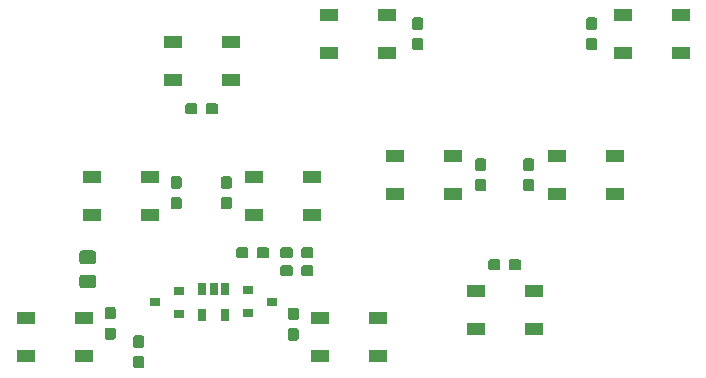
<source format=gbr>
G04 #@! TF.GenerationSoftware,KiCad,Pcbnew,5.1.5-1.fc31*
G04 #@! TF.CreationDate,2020-03-01T23:37:20+00:00*
G04 #@! TF.ProjectId,CatEars,43617445-6172-4732-9e6b-696361645f70,rev?*
G04 #@! TF.SameCoordinates,Original*
G04 #@! TF.FileFunction,Paste,Top*
G04 #@! TF.FilePolarity,Positive*
%FSLAX46Y46*%
G04 Gerber Fmt 4.6, Leading zero omitted, Abs format (unit mm)*
G04 Created by KiCad (PCBNEW 5.1.5-1.fc31) date 2020-03-01 23:37:20*
%MOMM*%
%LPD*%
G04 APERTURE LIST*
%ADD10C,0.100000*%
%ADD11R,1.500000X1.000000*%
%ADD12R,0.900000X0.800000*%
%ADD13R,0.650000X1.060000*%
G04 APERTURE END LIST*
D10*
G36*
X251974779Y-122525144D02*
G01*
X251997834Y-122528563D01*
X252020443Y-122534227D01*
X252042387Y-122542079D01*
X252063457Y-122552044D01*
X252083448Y-122564026D01*
X252102168Y-122577910D01*
X252119438Y-122593562D01*
X252135090Y-122610832D01*
X252148974Y-122629552D01*
X252160956Y-122649543D01*
X252170921Y-122670613D01*
X252178773Y-122692557D01*
X252184437Y-122715166D01*
X252187856Y-122738221D01*
X252189000Y-122761500D01*
X252189000Y-123336500D01*
X252187856Y-123359779D01*
X252184437Y-123382834D01*
X252178773Y-123405443D01*
X252170921Y-123427387D01*
X252160956Y-123448457D01*
X252148974Y-123468448D01*
X252135090Y-123487168D01*
X252119438Y-123504438D01*
X252102168Y-123520090D01*
X252083448Y-123533974D01*
X252063457Y-123545956D01*
X252042387Y-123555921D01*
X252020443Y-123563773D01*
X251997834Y-123569437D01*
X251974779Y-123572856D01*
X251951500Y-123574000D01*
X251476500Y-123574000D01*
X251453221Y-123572856D01*
X251430166Y-123569437D01*
X251407557Y-123563773D01*
X251385613Y-123555921D01*
X251364543Y-123545956D01*
X251344552Y-123533974D01*
X251325832Y-123520090D01*
X251308562Y-123504438D01*
X251292910Y-123487168D01*
X251279026Y-123468448D01*
X251267044Y-123448457D01*
X251257079Y-123427387D01*
X251249227Y-123405443D01*
X251243563Y-123382834D01*
X251240144Y-123359779D01*
X251239000Y-123336500D01*
X251239000Y-122761500D01*
X251240144Y-122738221D01*
X251243563Y-122715166D01*
X251249227Y-122692557D01*
X251257079Y-122670613D01*
X251267044Y-122649543D01*
X251279026Y-122629552D01*
X251292910Y-122610832D01*
X251308562Y-122593562D01*
X251325832Y-122577910D01*
X251344552Y-122564026D01*
X251364543Y-122552044D01*
X251385613Y-122542079D01*
X251407557Y-122534227D01*
X251430166Y-122528563D01*
X251453221Y-122525144D01*
X251476500Y-122524000D01*
X251951500Y-122524000D01*
X251974779Y-122525144D01*
G37*
G36*
X251974779Y-120775144D02*
G01*
X251997834Y-120778563D01*
X252020443Y-120784227D01*
X252042387Y-120792079D01*
X252063457Y-120802044D01*
X252083448Y-120814026D01*
X252102168Y-120827910D01*
X252119438Y-120843562D01*
X252135090Y-120860832D01*
X252148974Y-120879552D01*
X252160956Y-120899543D01*
X252170921Y-120920613D01*
X252178773Y-120942557D01*
X252184437Y-120965166D01*
X252187856Y-120988221D01*
X252189000Y-121011500D01*
X252189000Y-121586500D01*
X252187856Y-121609779D01*
X252184437Y-121632834D01*
X252178773Y-121655443D01*
X252170921Y-121677387D01*
X252160956Y-121698457D01*
X252148974Y-121718448D01*
X252135090Y-121737168D01*
X252119438Y-121754438D01*
X252102168Y-121770090D01*
X252083448Y-121783974D01*
X252063457Y-121795956D01*
X252042387Y-121805921D01*
X252020443Y-121813773D01*
X251997834Y-121819437D01*
X251974779Y-121822856D01*
X251951500Y-121824000D01*
X251476500Y-121824000D01*
X251453221Y-121822856D01*
X251430166Y-121819437D01*
X251407557Y-121813773D01*
X251385613Y-121805921D01*
X251364543Y-121795956D01*
X251344552Y-121783974D01*
X251325832Y-121770090D01*
X251308562Y-121754438D01*
X251292910Y-121737168D01*
X251279026Y-121718448D01*
X251267044Y-121698457D01*
X251257079Y-121677387D01*
X251249227Y-121655443D01*
X251243563Y-121632834D01*
X251240144Y-121609779D01*
X251239000Y-121586500D01*
X251239000Y-121011500D01*
X251240144Y-120988221D01*
X251243563Y-120965166D01*
X251249227Y-120942557D01*
X251257079Y-120920613D01*
X251267044Y-120899543D01*
X251279026Y-120879552D01*
X251292910Y-120860832D01*
X251308562Y-120843562D01*
X251325832Y-120827910D01*
X251344552Y-120814026D01*
X251364543Y-120802044D01*
X251385613Y-120792079D01*
X251407557Y-120784227D01*
X251430166Y-120778563D01*
X251453221Y-120775144D01*
X251476500Y-120774000D01*
X251951500Y-120774000D01*
X251974779Y-120775144D01*
G37*
G36*
X237242779Y-122525144D02*
G01*
X237265834Y-122528563D01*
X237288443Y-122534227D01*
X237310387Y-122542079D01*
X237331457Y-122552044D01*
X237351448Y-122564026D01*
X237370168Y-122577910D01*
X237387438Y-122593562D01*
X237403090Y-122610832D01*
X237416974Y-122629552D01*
X237428956Y-122649543D01*
X237438921Y-122670613D01*
X237446773Y-122692557D01*
X237452437Y-122715166D01*
X237455856Y-122738221D01*
X237457000Y-122761500D01*
X237457000Y-123336500D01*
X237455856Y-123359779D01*
X237452437Y-123382834D01*
X237446773Y-123405443D01*
X237438921Y-123427387D01*
X237428956Y-123448457D01*
X237416974Y-123468448D01*
X237403090Y-123487168D01*
X237387438Y-123504438D01*
X237370168Y-123520090D01*
X237351448Y-123533974D01*
X237331457Y-123545956D01*
X237310387Y-123555921D01*
X237288443Y-123563773D01*
X237265834Y-123569437D01*
X237242779Y-123572856D01*
X237219500Y-123574000D01*
X236744500Y-123574000D01*
X236721221Y-123572856D01*
X236698166Y-123569437D01*
X236675557Y-123563773D01*
X236653613Y-123555921D01*
X236632543Y-123545956D01*
X236612552Y-123533974D01*
X236593832Y-123520090D01*
X236576562Y-123504438D01*
X236560910Y-123487168D01*
X236547026Y-123468448D01*
X236535044Y-123448457D01*
X236525079Y-123427387D01*
X236517227Y-123405443D01*
X236511563Y-123382834D01*
X236508144Y-123359779D01*
X236507000Y-123336500D01*
X236507000Y-122761500D01*
X236508144Y-122738221D01*
X236511563Y-122715166D01*
X236517227Y-122692557D01*
X236525079Y-122670613D01*
X236535044Y-122649543D01*
X236547026Y-122629552D01*
X236560910Y-122610832D01*
X236576562Y-122593562D01*
X236593832Y-122577910D01*
X236612552Y-122564026D01*
X236632543Y-122552044D01*
X236653613Y-122542079D01*
X236675557Y-122534227D01*
X236698166Y-122528563D01*
X236721221Y-122525144D01*
X236744500Y-122524000D01*
X237219500Y-122524000D01*
X237242779Y-122525144D01*
G37*
G36*
X237242779Y-120775144D02*
G01*
X237265834Y-120778563D01*
X237288443Y-120784227D01*
X237310387Y-120792079D01*
X237331457Y-120802044D01*
X237351448Y-120814026D01*
X237370168Y-120827910D01*
X237387438Y-120843562D01*
X237403090Y-120860832D01*
X237416974Y-120879552D01*
X237428956Y-120899543D01*
X237438921Y-120920613D01*
X237446773Y-120942557D01*
X237452437Y-120965166D01*
X237455856Y-120988221D01*
X237457000Y-121011500D01*
X237457000Y-121586500D01*
X237455856Y-121609779D01*
X237452437Y-121632834D01*
X237446773Y-121655443D01*
X237438921Y-121677387D01*
X237428956Y-121698457D01*
X237416974Y-121718448D01*
X237403090Y-121737168D01*
X237387438Y-121754438D01*
X237370168Y-121770090D01*
X237351448Y-121783974D01*
X237331457Y-121795956D01*
X237310387Y-121805921D01*
X237288443Y-121813773D01*
X237265834Y-121819437D01*
X237242779Y-121822856D01*
X237219500Y-121824000D01*
X236744500Y-121824000D01*
X236721221Y-121822856D01*
X236698166Y-121819437D01*
X236675557Y-121813773D01*
X236653613Y-121805921D01*
X236632543Y-121795956D01*
X236612552Y-121783974D01*
X236593832Y-121770090D01*
X236576562Y-121754438D01*
X236560910Y-121737168D01*
X236547026Y-121718448D01*
X236535044Y-121698457D01*
X236525079Y-121677387D01*
X236517227Y-121655443D01*
X236511563Y-121632834D01*
X236508144Y-121609779D01*
X236507000Y-121586500D01*
X236507000Y-121011500D01*
X236508144Y-120988221D01*
X236511563Y-120965166D01*
X236517227Y-120942557D01*
X236525079Y-120920613D01*
X236535044Y-120899543D01*
X236547026Y-120879552D01*
X236560910Y-120860832D01*
X236576562Y-120843562D01*
X236593832Y-120827910D01*
X236612552Y-120814026D01*
X236632543Y-120802044D01*
X236653613Y-120792079D01*
X236675557Y-120784227D01*
X236698166Y-120778563D01*
X236721221Y-120775144D01*
X236744500Y-120774000D01*
X237219500Y-120774000D01*
X237242779Y-120775144D01*
G37*
D11*
X254344000Y-120574000D03*
X254344000Y-123774000D03*
X259244000Y-120574000D03*
X259244000Y-123774000D03*
X241898000Y-143942000D03*
X241898000Y-147142000D03*
X246798000Y-143942000D03*
X246798000Y-147142000D03*
D10*
G36*
X246640779Y-134463144D02*
G01*
X246663834Y-134466563D01*
X246686443Y-134472227D01*
X246708387Y-134480079D01*
X246729457Y-134490044D01*
X246749448Y-134502026D01*
X246768168Y-134515910D01*
X246785438Y-134531562D01*
X246801090Y-134548832D01*
X246814974Y-134567552D01*
X246826956Y-134587543D01*
X246836921Y-134608613D01*
X246844773Y-134630557D01*
X246850437Y-134653166D01*
X246853856Y-134676221D01*
X246855000Y-134699500D01*
X246855000Y-135274500D01*
X246853856Y-135297779D01*
X246850437Y-135320834D01*
X246844773Y-135343443D01*
X246836921Y-135365387D01*
X246826956Y-135386457D01*
X246814974Y-135406448D01*
X246801090Y-135425168D01*
X246785438Y-135442438D01*
X246768168Y-135458090D01*
X246749448Y-135471974D01*
X246729457Y-135483956D01*
X246708387Y-135493921D01*
X246686443Y-135501773D01*
X246663834Y-135507437D01*
X246640779Y-135510856D01*
X246617500Y-135512000D01*
X246142500Y-135512000D01*
X246119221Y-135510856D01*
X246096166Y-135507437D01*
X246073557Y-135501773D01*
X246051613Y-135493921D01*
X246030543Y-135483956D01*
X246010552Y-135471974D01*
X245991832Y-135458090D01*
X245974562Y-135442438D01*
X245958910Y-135425168D01*
X245945026Y-135406448D01*
X245933044Y-135386457D01*
X245923079Y-135365387D01*
X245915227Y-135343443D01*
X245909563Y-135320834D01*
X245906144Y-135297779D01*
X245905000Y-135274500D01*
X245905000Y-134699500D01*
X245906144Y-134676221D01*
X245909563Y-134653166D01*
X245915227Y-134630557D01*
X245923079Y-134608613D01*
X245933044Y-134587543D01*
X245945026Y-134567552D01*
X245958910Y-134548832D01*
X245974562Y-134531562D01*
X245991832Y-134515910D01*
X246010552Y-134502026D01*
X246030543Y-134490044D01*
X246051613Y-134480079D01*
X246073557Y-134472227D01*
X246096166Y-134466563D01*
X246119221Y-134463144D01*
X246142500Y-134462000D01*
X246617500Y-134462000D01*
X246640779Y-134463144D01*
G37*
G36*
X246640779Y-132713144D02*
G01*
X246663834Y-132716563D01*
X246686443Y-132722227D01*
X246708387Y-132730079D01*
X246729457Y-132740044D01*
X246749448Y-132752026D01*
X246768168Y-132765910D01*
X246785438Y-132781562D01*
X246801090Y-132798832D01*
X246814974Y-132817552D01*
X246826956Y-132837543D01*
X246836921Y-132858613D01*
X246844773Y-132880557D01*
X246850437Y-132903166D01*
X246853856Y-132926221D01*
X246855000Y-132949500D01*
X246855000Y-133524500D01*
X246853856Y-133547779D01*
X246850437Y-133570834D01*
X246844773Y-133593443D01*
X246836921Y-133615387D01*
X246826956Y-133636457D01*
X246814974Y-133656448D01*
X246801090Y-133675168D01*
X246785438Y-133692438D01*
X246768168Y-133708090D01*
X246749448Y-133721974D01*
X246729457Y-133733956D01*
X246708387Y-133743921D01*
X246686443Y-133751773D01*
X246663834Y-133757437D01*
X246640779Y-133760856D01*
X246617500Y-133762000D01*
X246142500Y-133762000D01*
X246119221Y-133760856D01*
X246096166Y-133757437D01*
X246073557Y-133751773D01*
X246051613Y-133743921D01*
X246030543Y-133733956D01*
X246010552Y-133721974D01*
X245991832Y-133708090D01*
X245974562Y-133692438D01*
X245958910Y-133675168D01*
X245945026Y-133656448D01*
X245933044Y-133636457D01*
X245923079Y-133615387D01*
X245915227Y-133593443D01*
X245909563Y-133570834D01*
X245906144Y-133547779D01*
X245905000Y-133524500D01*
X245905000Y-132949500D01*
X245906144Y-132926221D01*
X245909563Y-132903166D01*
X245915227Y-132880557D01*
X245923079Y-132858613D01*
X245933044Y-132837543D01*
X245945026Y-132817552D01*
X245958910Y-132798832D01*
X245974562Y-132781562D01*
X245991832Y-132765910D01*
X246010552Y-132752026D01*
X246030543Y-132740044D01*
X246051613Y-132730079D01*
X246073557Y-132722227D01*
X246096166Y-132716563D01*
X246119221Y-132713144D01*
X246142500Y-132712000D01*
X246617500Y-132712000D01*
X246640779Y-132713144D01*
G37*
G36*
X245533779Y-141258144D02*
G01*
X245556834Y-141261563D01*
X245579443Y-141267227D01*
X245601387Y-141275079D01*
X245622457Y-141285044D01*
X245642448Y-141297026D01*
X245661168Y-141310910D01*
X245678438Y-141326562D01*
X245694090Y-141343832D01*
X245707974Y-141362552D01*
X245719956Y-141382543D01*
X245729921Y-141403613D01*
X245737773Y-141425557D01*
X245743437Y-141448166D01*
X245746856Y-141471221D01*
X245748000Y-141494500D01*
X245748000Y-141969500D01*
X245746856Y-141992779D01*
X245743437Y-142015834D01*
X245737773Y-142038443D01*
X245729921Y-142060387D01*
X245719956Y-142081457D01*
X245707974Y-142101448D01*
X245694090Y-142120168D01*
X245678438Y-142137438D01*
X245661168Y-142153090D01*
X245642448Y-142166974D01*
X245622457Y-142178956D01*
X245601387Y-142188921D01*
X245579443Y-142196773D01*
X245556834Y-142202437D01*
X245533779Y-142205856D01*
X245510500Y-142207000D01*
X244935500Y-142207000D01*
X244912221Y-142205856D01*
X244889166Y-142202437D01*
X244866557Y-142196773D01*
X244844613Y-142188921D01*
X244823543Y-142178956D01*
X244803552Y-142166974D01*
X244784832Y-142153090D01*
X244767562Y-142137438D01*
X244751910Y-142120168D01*
X244738026Y-142101448D01*
X244726044Y-142081457D01*
X244716079Y-142060387D01*
X244708227Y-142038443D01*
X244702563Y-142015834D01*
X244699144Y-141992779D01*
X244698000Y-141969500D01*
X244698000Y-141494500D01*
X244699144Y-141471221D01*
X244702563Y-141448166D01*
X244708227Y-141425557D01*
X244716079Y-141403613D01*
X244726044Y-141382543D01*
X244738026Y-141362552D01*
X244751910Y-141343832D01*
X244767562Y-141326562D01*
X244784832Y-141310910D01*
X244803552Y-141297026D01*
X244823543Y-141285044D01*
X244844613Y-141275079D01*
X244866557Y-141267227D01*
X244889166Y-141261563D01*
X244912221Y-141258144D01*
X244935500Y-141257000D01*
X245510500Y-141257000D01*
X245533779Y-141258144D01*
G37*
G36*
X243783779Y-141258144D02*
G01*
X243806834Y-141261563D01*
X243829443Y-141267227D01*
X243851387Y-141275079D01*
X243872457Y-141285044D01*
X243892448Y-141297026D01*
X243911168Y-141310910D01*
X243928438Y-141326562D01*
X243944090Y-141343832D01*
X243957974Y-141362552D01*
X243969956Y-141382543D01*
X243979921Y-141403613D01*
X243987773Y-141425557D01*
X243993437Y-141448166D01*
X243996856Y-141471221D01*
X243998000Y-141494500D01*
X243998000Y-141969500D01*
X243996856Y-141992779D01*
X243993437Y-142015834D01*
X243987773Y-142038443D01*
X243979921Y-142060387D01*
X243969956Y-142081457D01*
X243957974Y-142101448D01*
X243944090Y-142120168D01*
X243928438Y-142137438D01*
X243911168Y-142153090D01*
X243892448Y-142166974D01*
X243872457Y-142178956D01*
X243851387Y-142188921D01*
X243829443Y-142196773D01*
X243806834Y-142202437D01*
X243783779Y-142205856D01*
X243760500Y-142207000D01*
X243185500Y-142207000D01*
X243162221Y-142205856D01*
X243139166Y-142202437D01*
X243116557Y-142196773D01*
X243094613Y-142188921D01*
X243073543Y-142178956D01*
X243053552Y-142166974D01*
X243034832Y-142153090D01*
X243017562Y-142137438D01*
X243001910Y-142120168D01*
X242988026Y-142101448D01*
X242976044Y-142081457D01*
X242966079Y-142060387D01*
X242958227Y-142038443D01*
X242952563Y-142015834D01*
X242949144Y-141992779D01*
X242948000Y-141969500D01*
X242948000Y-141494500D01*
X242949144Y-141471221D01*
X242952563Y-141448166D01*
X242958227Y-141425557D01*
X242966079Y-141403613D01*
X242976044Y-141382543D01*
X242988026Y-141362552D01*
X243001910Y-141343832D01*
X243017562Y-141326562D01*
X243034832Y-141310910D01*
X243053552Y-141297026D01*
X243073543Y-141285044D01*
X243094613Y-141275079D01*
X243116557Y-141267227D01*
X243139166Y-141261563D01*
X243162221Y-141258144D01*
X243185500Y-141257000D01*
X243760500Y-141257000D01*
X243783779Y-141258144D01*
G37*
G36*
X242576779Y-134463144D02*
G01*
X242599834Y-134466563D01*
X242622443Y-134472227D01*
X242644387Y-134480079D01*
X242665457Y-134490044D01*
X242685448Y-134502026D01*
X242704168Y-134515910D01*
X242721438Y-134531562D01*
X242737090Y-134548832D01*
X242750974Y-134567552D01*
X242762956Y-134587543D01*
X242772921Y-134608613D01*
X242780773Y-134630557D01*
X242786437Y-134653166D01*
X242789856Y-134676221D01*
X242791000Y-134699500D01*
X242791000Y-135274500D01*
X242789856Y-135297779D01*
X242786437Y-135320834D01*
X242780773Y-135343443D01*
X242772921Y-135365387D01*
X242762956Y-135386457D01*
X242750974Y-135406448D01*
X242737090Y-135425168D01*
X242721438Y-135442438D01*
X242704168Y-135458090D01*
X242685448Y-135471974D01*
X242665457Y-135483956D01*
X242644387Y-135493921D01*
X242622443Y-135501773D01*
X242599834Y-135507437D01*
X242576779Y-135510856D01*
X242553500Y-135512000D01*
X242078500Y-135512000D01*
X242055221Y-135510856D01*
X242032166Y-135507437D01*
X242009557Y-135501773D01*
X241987613Y-135493921D01*
X241966543Y-135483956D01*
X241946552Y-135471974D01*
X241927832Y-135458090D01*
X241910562Y-135442438D01*
X241894910Y-135425168D01*
X241881026Y-135406448D01*
X241869044Y-135386457D01*
X241859079Y-135365387D01*
X241851227Y-135343443D01*
X241845563Y-135320834D01*
X241842144Y-135297779D01*
X241841000Y-135274500D01*
X241841000Y-134699500D01*
X241842144Y-134676221D01*
X241845563Y-134653166D01*
X241851227Y-134630557D01*
X241859079Y-134608613D01*
X241869044Y-134587543D01*
X241881026Y-134567552D01*
X241894910Y-134548832D01*
X241910562Y-134531562D01*
X241927832Y-134515910D01*
X241946552Y-134502026D01*
X241966543Y-134490044D01*
X241987613Y-134480079D01*
X242009557Y-134472227D01*
X242032166Y-134466563D01*
X242055221Y-134463144D01*
X242078500Y-134462000D01*
X242553500Y-134462000D01*
X242576779Y-134463144D01*
G37*
G36*
X242576779Y-132713144D02*
G01*
X242599834Y-132716563D01*
X242622443Y-132722227D01*
X242644387Y-132730079D01*
X242665457Y-132740044D01*
X242685448Y-132752026D01*
X242704168Y-132765910D01*
X242721438Y-132781562D01*
X242737090Y-132798832D01*
X242750974Y-132817552D01*
X242762956Y-132837543D01*
X242772921Y-132858613D01*
X242780773Y-132880557D01*
X242786437Y-132903166D01*
X242789856Y-132926221D01*
X242791000Y-132949500D01*
X242791000Y-133524500D01*
X242789856Y-133547779D01*
X242786437Y-133570834D01*
X242780773Y-133593443D01*
X242772921Y-133615387D01*
X242762956Y-133636457D01*
X242750974Y-133656448D01*
X242737090Y-133675168D01*
X242721438Y-133692438D01*
X242704168Y-133708090D01*
X242685448Y-133721974D01*
X242665457Y-133733956D01*
X242644387Y-133743921D01*
X242622443Y-133751773D01*
X242599834Y-133757437D01*
X242576779Y-133760856D01*
X242553500Y-133762000D01*
X242078500Y-133762000D01*
X242055221Y-133760856D01*
X242032166Y-133757437D01*
X242009557Y-133751773D01*
X241987613Y-133743921D01*
X241966543Y-133733956D01*
X241946552Y-133721974D01*
X241927832Y-133708090D01*
X241910562Y-133692438D01*
X241894910Y-133675168D01*
X241881026Y-133656448D01*
X241869044Y-133636457D01*
X241859079Y-133615387D01*
X241851227Y-133593443D01*
X241845563Y-133570834D01*
X241842144Y-133547779D01*
X241841000Y-133524500D01*
X241841000Y-132949500D01*
X241842144Y-132926221D01*
X241845563Y-132903166D01*
X241851227Y-132880557D01*
X241859079Y-132858613D01*
X241869044Y-132837543D01*
X241881026Y-132817552D01*
X241894910Y-132798832D01*
X241910562Y-132781562D01*
X241927832Y-132765910D01*
X241946552Y-132752026D01*
X241966543Y-132740044D01*
X241987613Y-132730079D01*
X242009557Y-132722227D01*
X242032166Y-132716563D01*
X242055221Y-132713144D01*
X242078500Y-132712000D01*
X242553500Y-132712000D01*
X242576779Y-132713144D01*
G37*
D11*
X248756000Y-132512000D03*
X248756000Y-135712000D03*
X253656000Y-132512000D03*
X253656000Y-135712000D03*
X209386000Y-134290000D03*
X209386000Y-137490000D03*
X214286000Y-134290000D03*
X214286000Y-137490000D03*
D12*
X214773000Y-144907000D03*
X216773000Y-143957000D03*
X216773000Y-145857000D03*
D10*
G36*
X227944279Y-140242144D02*
G01*
X227967334Y-140245563D01*
X227989943Y-140251227D01*
X228011887Y-140259079D01*
X228032957Y-140269044D01*
X228052948Y-140281026D01*
X228071668Y-140294910D01*
X228088938Y-140310562D01*
X228104590Y-140327832D01*
X228118474Y-140346552D01*
X228130456Y-140366543D01*
X228140421Y-140387613D01*
X228148273Y-140409557D01*
X228153937Y-140432166D01*
X228157356Y-140455221D01*
X228158500Y-140478500D01*
X228158500Y-140953500D01*
X228157356Y-140976779D01*
X228153937Y-140999834D01*
X228148273Y-141022443D01*
X228140421Y-141044387D01*
X228130456Y-141065457D01*
X228118474Y-141085448D01*
X228104590Y-141104168D01*
X228088938Y-141121438D01*
X228071668Y-141137090D01*
X228052948Y-141150974D01*
X228032957Y-141162956D01*
X228011887Y-141172921D01*
X227989943Y-141180773D01*
X227967334Y-141186437D01*
X227944279Y-141189856D01*
X227921000Y-141191000D01*
X227346000Y-141191000D01*
X227322721Y-141189856D01*
X227299666Y-141186437D01*
X227277057Y-141180773D01*
X227255113Y-141172921D01*
X227234043Y-141162956D01*
X227214052Y-141150974D01*
X227195332Y-141137090D01*
X227178062Y-141121438D01*
X227162410Y-141104168D01*
X227148526Y-141085448D01*
X227136544Y-141065457D01*
X227126579Y-141044387D01*
X227118727Y-141022443D01*
X227113063Y-140999834D01*
X227109644Y-140976779D01*
X227108500Y-140953500D01*
X227108500Y-140478500D01*
X227109644Y-140455221D01*
X227113063Y-140432166D01*
X227118727Y-140409557D01*
X227126579Y-140387613D01*
X227136544Y-140366543D01*
X227148526Y-140346552D01*
X227162410Y-140327832D01*
X227178062Y-140310562D01*
X227195332Y-140294910D01*
X227214052Y-140281026D01*
X227234043Y-140269044D01*
X227255113Y-140259079D01*
X227277057Y-140251227D01*
X227299666Y-140245563D01*
X227322721Y-140242144D01*
X227346000Y-140241000D01*
X227921000Y-140241000D01*
X227944279Y-140242144D01*
G37*
G36*
X226194279Y-140242144D02*
G01*
X226217334Y-140245563D01*
X226239943Y-140251227D01*
X226261887Y-140259079D01*
X226282957Y-140269044D01*
X226302948Y-140281026D01*
X226321668Y-140294910D01*
X226338938Y-140310562D01*
X226354590Y-140327832D01*
X226368474Y-140346552D01*
X226380456Y-140366543D01*
X226390421Y-140387613D01*
X226398273Y-140409557D01*
X226403937Y-140432166D01*
X226407356Y-140455221D01*
X226408500Y-140478500D01*
X226408500Y-140953500D01*
X226407356Y-140976779D01*
X226403937Y-140999834D01*
X226398273Y-141022443D01*
X226390421Y-141044387D01*
X226380456Y-141065457D01*
X226368474Y-141085448D01*
X226354590Y-141104168D01*
X226338938Y-141121438D01*
X226321668Y-141137090D01*
X226302948Y-141150974D01*
X226282957Y-141162956D01*
X226261887Y-141172921D01*
X226239943Y-141180773D01*
X226217334Y-141186437D01*
X226194279Y-141189856D01*
X226171000Y-141191000D01*
X225596000Y-141191000D01*
X225572721Y-141189856D01*
X225549666Y-141186437D01*
X225527057Y-141180773D01*
X225505113Y-141172921D01*
X225484043Y-141162956D01*
X225464052Y-141150974D01*
X225445332Y-141137090D01*
X225428062Y-141121438D01*
X225412410Y-141104168D01*
X225398526Y-141085448D01*
X225386544Y-141065457D01*
X225376579Y-141044387D01*
X225368727Y-141022443D01*
X225363063Y-140999834D01*
X225359644Y-140976779D01*
X225358500Y-140953500D01*
X225358500Y-140478500D01*
X225359644Y-140455221D01*
X225363063Y-140432166D01*
X225368727Y-140409557D01*
X225376579Y-140387613D01*
X225386544Y-140366543D01*
X225398526Y-140346552D01*
X225412410Y-140327832D01*
X225428062Y-140310562D01*
X225445332Y-140294910D01*
X225464052Y-140281026D01*
X225484043Y-140269044D01*
X225505113Y-140259079D01*
X225527057Y-140251227D01*
X225549666Y-140245563D01*
X225572721Y-140242144D01*
X225596000Y-140241000D01*
X226171000Y-140241000D01*
X226194279Y-140242144D01*
G37*
G36*
X216795779Y-135987144D02*
G01*
X216818834Y-135990563D01*
X216841443Y-135996227D01*
X216863387Y-136004079D01*
X216884457Y-136014044D01*
X216904448Y-136026026D01*
X216923168Y-136039910D01*
X216940438Y-136055562D01*
X216956090Y-136072832D01*
X216969974Y-136091552D01*
X216981956Y-136111543D01*
X216991921Y-136132613D01*
X216999773Y-136154557D01*
X217005437Y-136177166D01*
X217008856Y-136200221D01*
X217010000Y-136223500D01*
X217010000Y-136798500D01*
X217008856Y-136821779D01*
X217005437Y-136844834D01*
X216999773Y-136867443D01*
X216991921Y-136889387D01*
X216981956Y-136910457D01*
X216969974Y-136930448D01*
X216956090Y-136949168D01*
X216940438Y-136966438D01*
X216923168Y-136982090D01*
X216904448Y-136995974D01*
X216884457Y-137007956D01*
X216863387Y-137017921D01*
X216841443Y-137025773D01*
X216818834Y-137031437D01*
X216795779Y-137034856D01*
X216772500Y-137036000D01*
X216297500Y-137036000D01*
X216274221Y-137034856D01*
X216251166Y-137031437D01*
X216228557Y-137025773D01*
X216206613Y-137017921D01*
X216185543Y-137007956D01*
X216165552Y-136995974D01*
X216146832Y-136982090D01*
X216129562Y-136966438D01*
X216113910Y-136949168D01*
X216100026Y-136930448D01*
X216088044Y-136910457D01*
X216078079Y-136889387D01*
X216070227Y-136867443D01*
X216064563Y-136844834D01*
X216061144Y-136821779D01*
X216060000Y-136798500D01*
X216060000Y-136223500D01*
X216061144Y-136200221D01*
X216064563Y-136177166D01*
X216070227Y-136154557D01*
X216078079Y-136132613D01*
X216088044Y-136111543D01*
X216100026Y-136091552D01*
X216113910Y-136072832D01*
X216129562Y-136055562D01*
X216146832Y-136039910D01*
X216165552Y-136026026D01*
X216185543Y-136014044D01*
X216206613Y-136004079D01*
X216228557Y-135996227D01*
X216251166Y-135990563D01*
X216274221Y-135987144D01*
X216297500Y-135986000D01*
X216772500Y-135986000D01*
X216795779Y-135987144D01*
G37*
G36*
X216795779Y-134237144D02*
G01*
X216818834Y-134240563D01*
X216841443Y-134246227D01*
X216863387Y-134254079D01*
X216884457Y-134264044D01*
X216904448Y-134276026D01*
X216923168Y-134289910D01*
X216940438Y-134305562D01*
X216956090Y-134322832D01*
X216969974Y-134341552D01*
X216981956Y-134361543D01*
X216991921Y-134382613D01*
X216999773Y-134404557D01*
X217005437Y-134427166D01*
X217008856Y-134450221D01*
X217010000Y-134473500D01*
X217010000Y-135048500D01*
X217008856Y-135071779D01*
X217005437Y-135094834D01*
X216999773Y-135117443D01*
X216991921Y-135139387D01*
X216981956Y-135160457D01*
X216969974Y-135180448D01*
X216956090Y-135199168D01*
X216940438Y-135216438D01*
X216923168Y-135232090D01*
X216904448Y-135245974D01*
X216884457Y-135257956D01*
X216863387Y-135267921D01*
X216841443Y-135275773D01*
X216818834Y-135281437D01*
X216795779Y-135284856D01*
X216772500Y-135286000D01*
X216297500Y-135286000D01*
X216274221Y-135284856D01*
X216251166Y-135281437D01*
X216228557Y-135275773D01*
X216206613Y-135267921D01*
X216185543Y-135257956D01*
X216165552Y-135245974D01*
X216146832Y-135232090D01*
X216129562Y-135216438D01*
X216113910Y-135199168D01*
X216100026Y-135180448D01*
X216088044Y-135160457D01*
X216078079Y-135139387D01*
X216070227Y-135117443D01*
X216064563Y-135094834D01*
X216061144Y-135071779D01*
X216060000Y-135048500D01*
X216060000Y-134473500D01*
X216061144Y-134450221D01*
X216064563Y-134427166D01*
X216070227Y-134404557D01*
X216078079Y-134382613D01*
X216088044Y-134361543D01*
X216100026Y-134341552D01*
X216113910Y-134322832D01*
X216129562Y-134305562D01*
X216146832Y-134289910D01*
X216165552Y-134276026D01*
X216185543Y-134264044D01*
X216206613Y-134254079D01*
X216228557Y-134246227D01*
X216251166Y-134240563D01*
X216274221Y-134237144D01*
X216297500Y-134236000D01*
X216772500Y-134236000D01*
X216795779Y-134237144D01*
G37*
D13*
X220660000Y-146007000D03*
X218760000Y-146007000D03*
X218760000Y-143807000D03*
X219710000Y-143807000D03*
X220660000Y-143807000D03*
D10*
G36*
X218129779Y-128050144D02*
G01*
X218152834Y-128053563D01*
X218175443Y-128059227D01*
X218197387Y-128067079D01*
X218218457Y-128077044D01*
X218238448Y-128089026D01*
X218257168Y-128102910D01*
X218274438Y-128118562D01*
X218290090Y-128135832D01*
X218303974Y-128154552D01*
X218315956Y-128174543D01*
X218325921Y-128195613D01*
X218333773Y-128217557D01*
X218339437Y-128240166D01*
X218342856Y-128263221D01*
X218344000Y-128286500D01*
X218344000Y-128761500D01*
X218342856Y-128784779D01*
X218339437Y-128807834D01*
X218333773Y-128830443D01*
X218325921Y-128852387D01*
X218315956Y-128873457D01*
X218303974Y-128893448D01*
X218290090Y-128912168D01*
X218274438Y-128929438D01*
X218257168Y-128945090D01*
X218238448Y-128958974D01*
X218218457Y-128970956D01*
X218197387Y-128980921D01*
X218175443Y-128988773D01*
X218152834Y-128994437D01*
X218129779Y-128997856D01*
X218106500Y-128999000D01*
X217531500Y-128999000D01*
X217508221Y-128997856D01*
X217485166Y-128994437D01*
X217462557Y-128988773D01*
X217440613Y-128980921D01*
X217419543Y-128970956D01*
X217399552Y-128958974D01*
X217380832Y-128945090D01*
X217363562Y-128929438D01*
X217347910Y-128912168D01*
X217334026Y-128893448D01*
X217322044Y-128873457D01*
X217312079Y-128852387D01*
X217304227Y-128830443D01*
X217298563Y-128807834D01*
X217295144Y-128784779D01*
X217294000Y-128761500D01*
X217294000Y-128286500D01*
X217295144Y-128263221D01*
X217298563Y-128240166D01*
X217304227Y-128217557D01*
X217312079Y-128195613D01*
X217322044Y-128174543D01*
X217334026Y-128154552D01*
X217347910Y-128135832D01*
X217363562Y-128118562D01*
X217380832Y-128102910D01*
X217399552Y-128089026D01*
X217419543Y-128077044D01*
X217440613Y-128067079D01*
X217462557Y-128059227D01*
X217485166Y-128053563D01*
X217508221Y-128050144D01*
X217531500Y-128049000D01*
X218106500Y-128049000D01*
X218129779Y-128050144D01*
G37*
G36*
X219879779Y-128050144D02*
G01*
X219902834Y-128053563D01*
X219925443Y-128059227D01*
X219947387Y-128067079D01*
X219968457Y-128077044D01*
X219988448Y-128089026D01*
X220007168Y-128102910D01*
X220024438Y-128118562D01*
X220040090Y-128135832D01*
X220053974Y-128154552D01*
X220065956Y-128174543D01*
X220075921Y-128195613D01*
X220083773Y-128217557D01*
X220089437Y-128240166D01*
X220092856Y-128263221D01*
X220094000Y-128286500D01*
X220094000Y-128761500D01*
X220092856Y-128784779D01*
X220089437Y-128807834D01*
X220083773Y-128830443D01*
X220075921Y-128852387D01*
X220065956Y-128873457D01*
X220053974Y-128893448D01*
X220040090Y-128912168D01*
X220024438Y-128929438D01*
X220007168Y-128945090D01*
X219988448Y-128958974D01*
X219968457Y-128970956D01*
X219947387Y-128980921D01*
X219925443Y-128988773D01*
X219902834Y-128994437D01*
X219879779Y-128997856D01*
X219856500Y-128999000D01*
X219281500Y-128999000D01*
X219258221Y-128997856D01*
X219235166Y-128994437D01*
X219212557Y-128988773D01*
X219190613Y-128980921D01*
X219169543Y-128970956D01*
X219149552Y-128958974D01*
X219130832Y-128945090D01*
X219113562Y-128929438D01*
X219097910Y-128912168D01*
X219084026Y-128893448D01*
X219072044Y-128873457D01*
X219062079Y-128852387D01*
X219054227Y-128830443D01*
X219048563Y-128807834D01*
X219045144Y-128784779D01*
X219044000Y-128761500D01*
X219044000Y-128286500D01*
X219045144Y-128263221D01*
X219048563Y-128240166D01*
X219054227Y-128217557D01*
X219062079Y-128195613D01*
X219072044Y-128174543D01*
X219084026Y-128154552D01*
X219097910Y-128135832D01*
X219113562Y-128118562D01*
X219130832Y-128102910D01*
X219149552Y-128089026D01*
X219169543Y-128077044D01*
X219190613Y-128067079D01*
X219212557Y-128059227D01*
X219235166Y-128053563D01*
X219258221Y-128050144D01*
X219281500Y-128049000D01*
X219856500Y-128049000D01*
X219879779Y-128050144D01*
G37*
G36*
X226701779Y-147099644D02*
G01*
X226724834Y-147103063D01*
X226747443Y-147108727D01*
X226769387Y-147116579D01*
X226790457Y-147126544D01*
X226810448Y-147138526D01*
X226829168Y-147152410D01*
X226846438Y-147168062D01*
X226862090Y-147185332D01*
X226875974Y-147204052D01*
X226887956Y-147224043D01*
X226897921Y-147245113D01*
X226905773Y-147267057D01*
X226911437Y-147289666D01*
X226914856Y-147312721D01*
X226916000Y-147336000D01*
X226916000Y-147911000D01*
X226914856Y-147934279D01*
X226911437Y-147957334D01*
X226905773Y-147979943D01*
X226897921Y-148001887D01*
X226887956Y-148022957D01*
X226875974Y-148042948D01*
X226862090Y-148061668D01*
X226846438Y-148078938D01*
X226829168Y-148094590D01*
X226810448Y-148108474D01*
X226790457Y-148120456D01*
X226769387Y-148130421D01*
X226747443Y-148138273D01*
X226724834Y-148143937D01*
X226701779Y-148147356D01*
X226678500Y-148148500D01*
X226203500Y-148148500D01*
X226180221Y-148147356D01*
X226157166Y-148143937D01*
X226134557Y-148138273D01*
X226112613Y-148130421D01*
X226091543Y-148120456D01*
X226071552Y-148108474D01*
X226052832Y-148094590D01*
X226035562Y-148078938D01*
X226019910Y-148061668D01*
X226006026Y-148042948D01*
X225994044Y-148022957D01*
X225984079Y-148001887D01*
X225976227Y-147979943D01*
X225970563Y-147957334D01*
X225967144Y-147934279D01*
X225966000Y-147911000D01*
X225966000Y-147336000D01*
X225967144Y-147312721D01*
X225970563Y-147289666D01*
X225976227Y-147267057D01*
X225984079Y-147245113D01*
X225994044Y-147224043D01*
X226006026Y-147204052D01*
X226019910Y-147185332D01*
X226035562Y-147168062D01*
X226052832Y-147152410D01*
X226071552Y-147138526D01*
X226091543Y-147126544D01*
X226112613Y-147116579D01*
X226134557Y-147108727D01*
X226157166Y-147103063D01*
X226180221Y-147099644D01*
X226203500Y-147098500D01*
X226678500Y-147098500D01*
X226701779Y-147099644D01*
G37*
G36*
X226701779Y-145349644D02*
G01*
X226724834Y-145353063D01*
X226747443Y-145358727D01*
X226769387Y-145366579D01*
X226790457Y-145376544D01*
X226810448Y-145388526D01*
X226829168Y-145402410D01*
X226846438Y-145418062D01*
X226862090Y-145435332D01*
X226875974Y-145454052D01*
X226887956Y-145474043D01*
X226897921Y-145495113D01*
X226905773Y-145517057D01*
X226911437Y-145539666D01*
X226914856Y-145562721D01*
X226916000Y-145586000D01*
X226916000Y-146161000D01*
X226914856Y-146184279D01*
X226911437Y-146207334D01*
X226905773Y-146229943D01*
X226897921Y-146251887D01*
X226887956Y-146272957D01*
X226875974Y-146292948D01*
X226862090Y-146311668D01*
X226846438Y-146328938D01*
X226829168Y-146344590D01*
X226810448Y-146358474D01*
X226790457Y-146370456D01*
X226769387Y-146380421D01*
X226747443Y-146388273D01*
X226724834Y-146393937D01*
X226701779Y-146397356D01*
X226678500Y-146398500D01*
X226203500Y-146398500D01*
X226180221Y-146397356D01*
X226157166Y-146393937D01*
X226134557Y-146388273D01*
X226112613Y-146380421D01*
X226091543Y-146370456D01*
X226071552Y-146358474D01*
X226052832Y-146344590D01*
X226035562Y-146328938D01*
X226019910Y-146311668D01*
X226006026Y-146292948D01*
X225994044Y-146272957D01*
X225984079Y-146251887D01*
X225976227Y-146229943D01*
X225970563Y-146207334D01*
X225967144Y-146184279D01*
X225966000Y-146161000D01*
X225966000Y-145586000D01*
X225967144Y-145562721D01*
X225970563Y-145539666D01*
X225976227Y-145517057D01*
X225984079Y-145495113D01*
X225994044Y-145474043D01*
X226006026Y-145454052D01*
X226019910Y-145435332D01*
X226035562Y-145418062D01*
X226052832Y-145402410D01*
X226071552Y-145388526D01*
X226091543Y-145376544D01*
X226112613Y-145366579D01*
X226134557Y-145358727D01*
X226157166Y-145353063D01*
X226180221Y-145349644D01*
X226203500Y-145348500D01*
X226678500Y-145348500D01*
X226701779Y-145349644D01*
G37*
G36*
X224197779Y-140242144D02*
G01*
X224220834Y-140245563D01*
X224243443Y-140251227D01*
X224265387Y-140259079D01*
X224286457Y-140269044D01*
X224306448Y-140281026D01*
X224325168Y-140294910D01*
X224342438Y-140310562D01*
X224358090Y-140327832D01*
X224371974Y-140346552D01*
X224383956Y-140366543D01*
X224393921Y-140387613D01*
X224401773Y-140409557D01*
X224407437Y-140432166D01*
X224410856Y-140455221D01*
X224412000Y-140478500D01*
X224412000Y-140953500D01*
X224410856Y-140976779D01*
X224407437Y-140999834D01*
X224401773Y-141022443D01*
X224393921Y-141044387D01*
X224383956Y-141065457D01*
X224371974Y-141085448D01*
X224358090Y-141104168D01*
X224342438Y-141121438D01*
X224325168Y-141137090D01*
X224306448Y-141150974D01*
X224286457Y-141162956D01*
X224265387Y-141172921D01*
X224243443Y-141180773D01*
X224220834Y-141186437D01*
X224197779Y-141189856D01*
X224174500Y-141191000D01*
X223599500Y-141191000D01*
X223576221Y-141189856D01*
X223553166Y-141186437D01*
X223530557Y-141180773D01*
X223508613Y-141172921D01*
X223487543Y-141162956D01*
X223467552Y-141150974D01*
X223448832Y-141137090D01*
X223431562Y-141121438D01*
X223415910Y-141104168D01*
X223402026Y-141085448D01*
X223390044Y-141065457D01*
X223380079Y-141044387D01*
X223372227Y-141022443D01*
X223366563Y-140999834D01*
X223363144Y-140976779D01*
X223362000Y-140953500D01*
X223362000Y-140478500D01*
X223363144Y-140455221D01*
X223366563Y-140432166D01*
X223372227Y-140409557D01*
X223380079Y-140387613D01*
X223390044Y-140366543D01*
X223402026Y-140346552D01*
X223415910Y-140327832D01*
X223431562Y-140310562D01*
X223448832Y-140294910D01*
X223467552Y-140281026D01*
X223487543Y-140269044D01*
X223508613Y-140259079D01*
X223530557Y-140251227D01*
X223553166Y-140245563D01*
X223576221Y-140242144D01*
X223599500Y-140241000D01*
X224174500Y-140241000D01*
X224197779Y-140242144D01*
G37*
G36*
X222447779Y-140242144D02*
G01*
X222470834Y-140245563D01*
X222493443Y-140251227D01*
X222515387Y-140259079D01*
X222536457Y-140269044D01*
X222556448Y-140281026D01*
X222575168Y-140294910D01*
X222592438Y-140310562D01*
X222608090Y-140327832D01*
X222621974Y-140346552D01*
X222633956Y-140366543D01*
X222643921Y-140387613D01*
X222651773Y-140409557D01*
X222657437Y-140432166D01*
X222660856Y-140455221D01*
X222662000Y-140478500D01*
X222662000Y-140953500D01*
X222660856Y-140976779D01*
X222657437Y-140999834D01*
X222651773Y-141022443D01*
X222643921Y-141044387D01*
X222633956Y-141065457D01*
X222621974Y-141085448D01*
X222608090Y-141104168D01*
X222592438Y-141121438D01*
X222575168Y-141137090D01*
X222556448Y-141150974D01*
X222536457Y-141162956D01*
X222515387Y-141172921D01*
X222493443Y-141180773D01*
X222470834Y-141186437D01*
X222447779Y-141189856D01*
X222424500Y-141191000D01*
X221849500Y-141191000D01*
X221826221Y-141189856D01*
X221803166Y-141186437D01*
X221780557Y-141180773D01*
X221758613Y-141172921D01*
X221737543Y-141162956D01*
X221717552Y-141150974D01*
X221698832Y-141137090D01*
X221681562Y-141121438D01*
X221665910Y-141104168D01*
X221652026Y-141085448D01*
X221640044Y-141065457D01*
X221630079Y-141044387D01*
X221622227Y-141022443D01*
X221616563Y-140999834D01*
X221613144Y-140976779D01*
X221612000Y-140953500D01*
X221612000Y-140478500D01*
X221613144Y-140455221D01*
X221616563Y-140432166D01*
X221622227Y-140409557D01*
X221630079Y-140387613D01*
X221640044Y-140366543D01*
X221652026Y-140346552D01*
X221665910Y-140327832D01*
X221681562Y-140310562D01*
X221698832Y-140294910D01*
X221717552Y-140281026D01*
X221737543Y-140269044D01*
X221758613Y-140259079D01*
X221780557Y-140251227D01*
X221803166Y-140245563D01*
X221826221Y-140242144D01*
X221849500Y-140241000D01*
X222424500Y-140241000D01*
X222447779Y-140242144D01*
G37*
D11*
X221144000Y-126060000D03*
X221144000Y-122860000D03*
X216244000Y-126060000D03*
X216244000Y-122860000D03*
X203798000Y-146228000D03*
X203798000Y-149428000D03*
X208698000Y-146228000D03*
X208698000Y-149428000D03*
D10*
G36*
X226194279Y-141766144D02*
G01*
X226217334Y-141769563D01*
X226239943Y-141775227D01*
X226261887Y-141783079D01*
X226282957Y-141793044D01*
X226302948Y-141805026D01*
X226321668Y-141818910D01*
X226338938Y-141834562D01*
X226354590Y-141851832D01*
X226368474Y-141870552D01*
X226380456Y-141890543D01*
X226390421Y-141911613D01*
X226398273Y-141933557D01*
X226403937Y-141956166D01*
X226407356Y-141979221D01*
X226408500Y-142002500D01*
X226408500Y-142477500D01*
X226407356Y-142500779D01*
X226403937Y-142523834D01*
X226398273Y-142546443D01*
X226390421Y-142568387D01*
X226380456Y-142589457D01*
X226368474Y-142609448D01*
X226354590Y-142628168D01*
X226338938Y-142645438D01*
X226321668Y-142661090D01*
X226302948Y-142674974D01*
X226282957Y-142686956D01*
X226261887Y-142696921D01*
X226239943Y-142704773D01*
X226217334Y-142710437D01*
X226194279Y-142713856D01*
X226171000Y-142715000D01*
X225596000Y-142715000D01*
X225572721Y-142713856D01*
X225549666Y-142710437D01*
X225527057Y-142704773D01*
X225505113Y-142696921D01*
X225484043Y-142686956D01*
X225464052Y-142674974D01*
X225445332Y-142661090D01*
X225428062Y-142645438D01*
X225412410Y-142628168D01*
X225398526Y-142609448D01*
X225386544Y-142589457D01*
X225376579Y-142568387D01*
X225368727Y-142546443D01*
X225363063Y-142523834D01*
X225359644Y-142500779D01*
X225358500Y-142477500D01*
X225358500Y-142002500D01*
X225359644Y-141979221D01*
X225363063Y-141956166D01*
X225368727Y-141933557D01*
X225376579Y-141911613D01*
X225386544Y-141890543D01*
X225398526Y-141870552D01*
X225412410Y-141851832D01*
X225428062Y-141834562D01*
X225445332Y-141818910D01*
X225464052Y-141805026D01*
X225484043Y-141793044D01*
X225505113Y-141783079D01*
X225527057Y-141775227D01*
X225549666Y-141769563D01*
X225572721Y-141766144D01*
X225596000Y-141765000D01*
X226171000Y-141765000D01*
X226194279Y-141766144D01*
G37*
G36*
X227944279Y-141766144D02*
G01*
X227967334Y-141769563D01*
X227989943Y-141775227D01*
X228011887Y-141783079D01*
X228032957Y-141793044D01*
X228052948Y-141805026D01*
X228071668Y-141818910D01*
X228088938Y-141834562D01*
X228104590Y-141851832D01*
X228118474Y-141870552D01*
X228130456Y-141890543D01*
X228140421Y-141911613D01*
X228148273Y-141933557D01*
X228153937Y-141956166D01*
X228157356Y-141979221D01*
X228158500Y-142002500D01*
X228158500Y-142477500D01*
X228157356Y-142500779D01*
X228153937Y-142523834D01*
X228148273Y-142546443D01*
X228140421Y-142568387D01*
X228130456Y-142589457D01*
X228118474Y-142609448D01*
X228104590Y-142628168D01*
X228088938Y-142645438D01*
X228071668Y-142661090D01*
X228052948Y-142674974D01*
X228032957Y-142686956D01*
X228011887Y-142696921D01*
X227989943Y-142704773D01*
X227967334Y-142710437D01*
X227944279Y-142713856D01*
X227921000Y-142715000D01*
X227346000Y-142715000D01*
X227322721Y-142713856D01*
X227299666Y-142710437D01*
X227277057Y-142704773D01*
X227255113Y-142696921D01*
X227234043Y-142686956D01*
X227214052Y-142674974D01*
X227195332Y-142661090D01*
X227178062Y-142645438D01*
X227162410Y-142628168D01*
X227148526Y-142609448D01*
X227136544Y-142589457D01*
X227126579Y-142568387D01*
X227118727Y-142546443D01*
X227113063Y-142523834D01*
X227109644Y-142500779D01*
X227108500Y-142477500D01*
X227108500Y-142002500D01*
X227109644Y-141979221D01*
X227113063Y-141956166D01*
X227118727Y-141933557D01*
X227126579Y-141911613D01*
X227136544Y-141890543D01*
X227148526Y-141870552D01*
X227162410Y-141851832D01*
X227178062Y-141834562D01*
X227195332Y-141818910D01*
X227214052Y-141805026D01*
X227234043Y-141793044D01*
X227255113Y-141783079D01*
X227277057Y-141775227D01*
X227299666Y-141769563D01*
X227322721Y-141766144D01*
X227346000Y-141765000D01*
X227921000Y-141765000D01*
X227944279Y-141766144D01*
G37*
G36*
X211207779Y-147036144D02*
G01*
X211230834Y-147039563D01*
X211253443Y-147045227D01*
X211275387Y-147053079D01*
X211296457Y-147063044D01*
X211316448Y-147075026D01*
X211335168Y-147088910D01*
X211352438Y-147104562D01*
X211368090Y-147121832D01*
X211381974Y-147140552D01*
X211393956Y-147160543D01*
X211403921Y-147181613D01*
X211411773Y-147203557D01*
X211417437Y-147226166D01*
X211420856Y-147249221D01*
X211422000Y-147272500D01*
X211422000Y-147847500D01*
X211420856Y-147870779D01*
X211417437Y-147893834D01*
X211411773Y-147916443D01*
X211403921Y-147938387D01*
X211393956Y-147959457D01*
X211381974Y-147979448D01*
X211368090Y-147998168D01*
X211352438Y-148015438D01*
X211335168Y-148031090D01*
X211316448Y-148044974D01*
X211296457Y-148056956D01*
X211275387Y-148066921D01*
X211253443Y-148074773D01*
X211230834Y-148080437D01*
X211207779Y-148083856D01*
X211184500Y-148085000D01*
X210709500Y-148085000D01*
X210686221Y-148083856D01*
X210663166Y-148080437D01*
X210640557Y-148074773D01*
X210618613Y-148066921D01*
X210597543Y-148056956D01*
X210577552Y-148044974D01*
X210558832Y-148031090D01*
X210541562Y-148015438D01*
X210525910Y-147998168D01*
X210512026Y-147979448D01*
X210500044Y-147959457D01*
X210490079Y-147938387D01*
X210482227Y-147916443D01*
X210476563Y-147893834D01*
X210473144Y-147870779D01*
X210472000Y-147847500D01*
X210472000Y-147272500D01*
X210473144Y-147249221D01*
X210476563Y-147226166D01*
X210482227Y-147203557D01*
X210490079Y-147181613D01*
X210500044Y-147160543D01*
X210512026Y-147140552D01*
X210525910Y-147121832D01*
X210541562Y-147104562D01*
X210558832Y-147088910D01*
X210577552Y-147075026D01*
X210597543Y-147063044D01*
X210618613Y-147053079D01*
X210640557Y-147045227D01*
X210663166Y-147039563D01*
X210686221Y-147036144D01*
X210709500Y-147035000D01*
X211184500Y-147035000D01*
X211207779Y-147036144D01*
G37*
G36*
X211207779Y-145286144D02*
G01*
X211230834Y-145289563D01*
X211253443Y-145295227D01*
X211275387Y-145303079D01*
X211296457Y-145313044D01*
X211316448Y-145325026D01*
X211335168Y-145338910D01*
X211352438Y-145354562D01*
X211368090Y-145371832D01*
X211381974Y-145390552D01*
X211393956Y-145410543D01*
X211403921Y-145431613D01*
X211411773Y-145453557D01*
X211417437Y-145476166D01*
X211420856Y-145499221D01*
X211422000Y-145522500D01*
X211422000Y-146097500D01*
X211420856Y-146120779D01*
X211417437Y-146143834D01*
X211411773Y-146166443D01*
X211403921Y-146188387D01*
X211393956Y-146209457D01*
X211381974Y-146229448D01*
X211368090Y-146248168D01*
X211352438Y-146265438D01*
X211335168Y-146281090D01*
X211316448Y-146294974D01*
X211296457Y-146306956D01*
X211275387Y-146316921D01*
X211253443Y-146324773D01*
X211230834Y-146330437D01*
X211207779Y-146333856D01*
X211184500Y-146335000D01*
X210709500Y-146335000D01*
X210686221Y-146333856D01*
X210663166Y-146330437D01*
X210640557Y-146324773D01*
X210618613Y-146316921D01*
X210597543Y-146306956D01*
X210577552Y-146294974D01*
X210558832Y-146281090D01*
X210541562Y-146265438D01*
X210525910Y-146248168D01*
X210512026Y-146229448D01*
X210500044Y-146209457D01*
X210490079Y-146188387D01*
X210482227Y-146166443D01*
X210476563Y-146143834D01*
X210473144Y-146120779D01*
X210472000Y-146097500D01*
X210472000Y-145522500D01*
X210473144Y-145499221D01*
X210476563Y-145476166D01*
X210482227Y-145453557D01*
X210490079Y-145431613D01*
X210500044Y-145410543D01*
X210512026Y-145390552D01*
X210525910Y-145371832D01*
X210541562Y-145354562D01*
X210558832Y-145338910D01*
X210577552Y-145325026D01*
X210597543Y-145313044D01*
X210618613Y-145303079D01*
X210640557Y-145295227D01*
X210663166Y-145289563D01*
X210686221Y-145286144D01*
X210709500Y-145285000D01*
X211184500Y-145285000D01*
X211207779Y-145286144D01*
G37*
G36*
X221050279Y-135987144D02*
G01*
X221073334Y-135990563D01*
X221095943Y-135996227D01*
X221117887Y-136004079D01*
X221138957Y-136014044D01*
X221158948Y-136026026D01*
X221177668Y-136039910D01*
X221194938Y-136055562D01*
X221210590Y-136072832D01*
X221224474Y-136091552D01*
X221236456Y-136111543D01*
X221246421Y-136132613D01*
X221254273Y-136154557D01*
X221259937Y-136177166D01*
X221263356Y-136200221D01*
X221264500Y-136223500D01*
X221264500Y-136798500D01*
X221263356Y-136821779D01*
X221259937Y-136844834D01*
X221254273Y-136867443D01*
X221246421Y-136889387D01*
X221236456Y-136910457D01*
X221224474Y-136930448D01*
X221210590Y-136949168D01*
X221194938Y-136966438D01*
X221177668Y-136982090D01*
X221158948Y-136995974D01*
X221138957Y-137007956D01*
X221117887Y-137017921D01*
X221095943Y-137025773D01*
X221073334Y-137031437D01*
X221050279Y-137034856D01*
X221027000Y-137036000D01*
X220552000Y-137036000D01*
X220528721Y-137034856D01*
X220505666Y-137031437D01*
X220483057Y-137025773D01*
X220461113Y-137017921D01*
X220440043Y-137007956D01*
X220420052Y-136995974D01*
X220401332Y-136982090D01*
X220384062Y-136966438D01*
X220368410Y-136949168D01*
X220354526Y-136930448D01*
X220342544Y-136910457D01*
X220332579Y-136889387D01*
X220324727Y-136867443D01*
X220319063Y-136844834D01*
X220315644Y-136821779D01*
X220314500Y-136798500D01*
X220314500Y-136223500D01*
X220315644Y-136200221D01*
X220319063Y-136177166D01*
X220324727Y-136154557D01*
X220332579Y-136132613D01*
X220342544Y-136111543D01*
X220354526Y-136091552D01*
X220368410Y-136072832D01*
X220384062Y-136055562D01*
X220401332Y-136039910D01*
X220420052Y-136026026D01*
X220440043Y-136014044D01*
X220461113Y-136004079D01*
X220483057Y-135996227D01*
X220505666Y-135990563D01*
X220528721Y-135987144D01*
X220552000Y-135986000D01*
X221027000Y-135986000D01*
X221050279Y-135987144D01*
G37*
G36*
X221050279Y-134237144D02*
G01*
X221073334Y-134240563D01*
X221095943Y-134246227D01*
X221117887Y-134254079D01*
X221138957Y-134264044D01*
X221158948Y-134276026D01*
X221177668Y-134289910D01*
X221194938Y-134305562D01*
X221210590Y-134322832D01*
X221224474Y-134341552D01*
X221236456Y-134361543D01*
X221246421Y-134382613D01*
X221254273Y-134404557D01*
X221259937Y-134427166D01*
X221263356Y-134450221D01*
X221264500Y-134473500D01*
X221264500Y-135048500D01*
X221263356Y-135071779D01*
X221259937Y-135094834D01*
X221254273Y-135117443D01*
X221246421Y-135139387D01*
X221236456Y-135160457D01*
X221224474Y-135180448D01*
X221210590Y-135199168D01*
X221194938Y-135216438D01*
X221177668Y-135232090D01*
X221158948Y-135245974D01*
X221138957Y-135257956D01*
X221117887Y-135267921D01*
X221095943Y-135275773D01*
X221073334Y-135281437D01*
X221050279Y-135284856D01*
X221027000Y-135286000D01*
X220552000Y-135286000D01*
X220528721Y-135284856D01*
X220505666Y-135281437D01*
X220483057Y-135275773D01*
X220461113Y-135267921D01*
X220440043Y-135257956D01*
X220420052Y-135245974D01*
X220401332Y-135232090D01*
X220384062Y-135216438D01*
X220368410Y-135199168D01*
X220354526Y-135180448D01*
X220342544Y-135160457D01*
X220332579Y-135139387D01*
X220324727Y-135117443D01*
X220319063Y-135094834D01*
X220315644Y-135071779D01*
X220314500Y-135048500D01*
X220314500Y-134473500D01*
X220315644Y-134450221D01*
X220319063Y-134427166D01*
X220324727Y-134404557D01*
X220332579Y-134382613D01*
X220342544Y-134361543D01*
X220354526Y-134341552D01*
X220368410Y-134322832D01*
X220384062Y-134305562D01*
X220401332Y-134289910D01*
X220420052Y-134276026D01*
X220440043Y-134264044D01*
X220461113Y-134254079D01*
X220483057Y-134246227D01*
X220505666Y-134240563D01*
X220528721Y-134237144D01*
X220552000Y-134236000D01*
X221027000Y-134236000D01*
X221050279Y-134237144D01*
G37*
G36*
X213620779Y-147699144D02*
G01*
X213643834Y-147702563D01*
X213666443Y-147708227D01*
X213688387Y-147716079D01*
X213709457Y-147726044D01*
X213729448Y-147738026D01*
X213748168Y-147751910D01*
X213765438Y-147767562D01*
X213781090Y-147784832D01*
X213794974Y-147803552D01*
X213806956Y-147823543D01*
X213816921Y-147844613D01*
X213824773Y-147866557D01*
X213830437Y-147889166D01*
X213833856Y-147912221D01*
X213835000Y-147935500D01*
X213835000Y-148510500D01*
X213833856Y-148533779D01*
X213830437Y-148556834D01*
X213824773Y-148579443D01*
X213816921Y-148601387D01*
X213806956Y-148622457D01*
X213794974Y-148642448D01*
X213781090Y-148661168D01*
X213765438Y-148678438D01*
X213748168Y-148694090D01*
X213729448Y-148707974D01*
X213709457Y-148719956D01*
X213688387Y-148729921D01*
X213666443Y-148737773D01*
X213643834Y-148743437D01*
X213620779Y-148746856D01*
X213597500Y-148748000D01*
X213122500Y-148748000D01*
X213099221Y-148746856D01*
X213076166Y-148743437D01*
X213053557Y-148737773D01*
X213031613Y-148729921D01*
X213010543Y-148719956D01*
X212990552Y-148707974D01*
X212971832Y-148694090D01*
X212954562Y-148678438D01*
X212938910Y-148661168D01*
X212925026Y-148642448D01*
X212913044Y-148622457D01*
X212903079Y-148601387D01*
X212895227Y-148579443D01*
X212889563Y-148556834D01*
X212886144Y-148533779D01*
X212885000Y-148510500D01*
X212885000Y-147935500D01*
X212886144Y-147912221D01*
X212889563Y-147889166D01*
X212895227Y-147866557D01*
X212903079Y-147844613D01*
X212913044Y-147823543D01*
X212925026Y-147803552D01*
X212938910Y-147784832D01*
X212954562Y-147767562D01*
X212971832Y-147751910D01*
X212990552Y-147738026D01*
X213010543Y-147726044D01*
X213031613Y-147716079D01*
X213053557Y-147708227D01*
X213076166Y-147702563D01*
X213099221Y-147699144D01*
X213122500Y-147698000D01*
X213597500Y-147698000D01*
X213620779Y-147699144D01*
G37*
G36*
X213620779Y-149449144D02*
G01*
X213643834Y-149452563D01*
X213666443Y-149458227D01*
X213688387Y-149466079D01*
X213709457Y-149476044D01*
X213729448Y-149488026D01*
X213748168Y-149501910D01*
X213765438Y-149517562D01*
X213781090Y-149534832D01*
X213794974Y-149553552D01*
X213806956Y-149573543D01*
X213816921Y-149594613D01*
X213824773Y-149616557D01*
X213830437Y-149639166D01*
X213833856Y-149662221D01*
X213835000Y-149685500D01*
X213835000Y-150260500D01*
X213833856Y-150283779D01*
X213830437Y-150306834D01*
X213824773Y-150329443D01*
X213816921Y-150351387D01*
X213806956Y-150372457D01*
X213794974Y-150392448D01*
X213781090Y-150411168D01*
X213765438Y-150428438D01*
X213748168Y-150444090D01*
X213729448Y-150457974D01*
X213709457Y-150469956D01*
X213688387Y-150479921D01*
X213666443Y-150487773D01*
X213643834Y-150493437D01*
X213620779Y-150496856D01*
X213597500Y-150498000D01*
X213122500Y-150498000D01*
X213099221Y-150496856D01*
X213076166Y-150493437D01*
X213053557Y-150487773D01*
X213031613Y-150479921D01*
X213010543Y-150469956D01*
X212990552Y-150457974D01*
X212971832Y-150444090D01*
X212954562Y-150428438D01*
X212938910Y-150411168D01*
X212925026Y-150392448D01*
X212913044Y-150372457D01*
X212903079Y-150351387D01*
X212895227Y-150329443D01*
X212889563Y-150306834D01*
X212886144Y-150283779D01*
X212885000Y-150260500D01*
X212885000Y-149685500D01*
X212886144Y-149662221D01*
X212889563Y-149639166D01*
X212895227Y-149616557D01*
X212903079Y-149594613D01*
X212913044Y-149573543D01*
X212925026Y-149553552D01*
X212938910Y-149534832D01*
X212954562Y-149517562D01*
X212971832Y-149501910D01*
X212990552Y-149488026D01*
X213010543Y-149476044D01*
X213031613Y-149466079D01*
X213053557Y-149458227D01*
X213076166Y-149452563D01*
X213099221Y-149449144D01*
X213122500Y-149448000D01*
X213597500Y-149448000D01*
X213620779Y-149449144D01*
G37*
G36*
X209516505Y-142564204D02*
G01*
X209540773Y-142567804D01*
X209564572Y-142573765D01*
X209587671Y-142582030D01*
X209609850Y-142592520D01*
X209630893Y-142605132D01*
X209650599Y-142619747D01*
X209668777Y-142636223D01*
X209685253Y-142654401D01*
X209699868Y-142674107D01*
X209712480Y-142695150D01*
X209722970Y-142717329D01*
X209731235Y-142740428D01*
X209737196Y-142764227D01*
X209740796Y-142788495D01*
X209742000Y-142812999D01*
X209742000Y-143463001D01*
X209740796Y-143487505D01*
X209737196Y-143511773D01*
X209731235Y-143535572D01*
X209722970Y-143558671D01*
X209712480Y-143580850D01*
X209699868Y-143601893D01*
X209685253Y-143621599D01*
X209668777Y-143639777D01*
X209650599Y-143656253D01*
X209630893Y-143670868D01*
X209609850Y-143683480D01*
X209587671Y-143693970D01*
X209564572Y-143702235D01*
X209540773Y-143708196D01*
X209516505Y-143711796D01*
X209492001Y-143713000D01*
X208591999Y-143713000D01*
X208567495Y-143711796D01*
X208543227Y-143708196D01*
X208519428Y-143702235D01*
X208496329Y-143693970D01*
X208474150Y-143683480D01*
X208453107Y-143670868D01*
X208433401Y-143656253D01*
X208415223Y-143639777D01*
X208398747Y-143621599D01*
X208384132Y-143601893D01*
X208371520Y-143580850D01*
X208361030Y-143558671D01*
X208352765Y-143535572D01*
X208346804Y-143511773D01*
X208343204Y-143487505D01*
X208342000Y-143463001D01*
X208342000Y-142812999D01*
X208343204Y-142788495D01*
X208346804Y-142764227D01*
X208352765Y-142740428D01*
X208361030Y-142717329D01*
X208371520Y-142695150D01*
X208384132Y-142674107D01*
X208398747Y-142654401D01*
X208415223Y-142636223D01*
X208433401Y-142619747D01*
X208453107Y-142605132D01*
X208474150Y-142592520D01*
X208496329Y-142582030D01*
X208519428Y-142573765D01*
X208543227Y-142567804D01*
X208567495Y-142564204D01*
X208591999Y-142563000D01*
X209492001Y-142563000D01*
X209516505Y-142564204D01*
G37*
G36*
X209516505Y-140514204D02*
G01*
X209540773Y-140517804D01*
X209564572Y-140523765D01*
X209587671Y-140532030D01*
X209609850Y-140542520D01*
X209630893Y-140555132D01*
X209650599Y-140569747D01*
X209668777Y-140586223D01*
X209685253Y-140604401D01*
X209699868Y-140624107D01*
X209712480Y-140645150D01*
X209722970Y-140667329D01*
X209731235Y-140690428D01*
X209737196Y-140714227D01*
X209740796Y-140738495D01*
X209742000Y-140762999D01*
X209742000Y-141413001D01*
X209740796Y-141437505D01*
X209737196Y-141461773D01*
X209731235Y-141485572D01*
X209722970Y-141508671D01*
X209712480Y-141530850D01*
X209699868Y-141551893D01*
X209685253Y-141571599D01*
X209668777Y-141589777D01*
X209650599Y-141606253D01*
X209630893Y-141620868D01*
X209609850Y-141633480D01*
X209587671Y-141643970D01*
X209564572Y-141652235D01*
X209540773Y-141658196D01*
X209516505Y-141661796D01*
X209492001Y-141663000D01*
X208591999Y-141663000D01*
X208567495Y-141661796D01*
X208543227Y-141658196D01*
X208519428Y-141652235D01*
X208496329Y-141643970D01*
X208474150Y-141633480D01*
X208453107Y-141620868D01*
X208433401Y-141606253D01*
X208415223Y-141589777D01*
X208398747Y-141571599D01*
X208384132Y-141551893D01*
X208371520Y-141530850D01*
X208361030Y-141508671D01*
X208352765Y-141485572D01*
X208346804Y-141461773D01*
X208343204Y-141437505D01*
X208342000Y-141413001D01*
X208342000Y-140762999D01*
X208343204Y-140738495D01*
X208346804Y-140714227D01*
X208352765Y-140690428D01*
X208361030Y-140667329D01*
X208371520Y-140645150D01*
X208384132Y-140624107D01*
X208398747Y-140604401D01*
X208415223Y-140586223D01*
X208433401Y-140569747D01*
X208453107Y-140555132D01*
X208474150Y-140542520D01*
X208496329Y-140532030D01*
X208519428Y-140523765D01*
X208543227Y-140517804D01*
X208567495Y-140514204D01*
X208591999Y-140513000D01*
X209492001Y-140513000D01*
X209516505Y-140514204D01*
G37*
D12*
X224647000Y-144843500D03*
X222647000Y-145793500D03*
X222647000Y-143893500D03*
D11*
X228690000Y-146228000D03*
X228690000Y-149428000D03*
X233590000Y-146228000D03*
X233590000Y-149428000D03*
X234352000Y-123774000D03*
X234352000Y-120574000D03*
X229452000Y-123774000D03*
X229452000Y-120574000D03*
X239940000Y-135712000D03*
X239940000Y-132512000D03*
X235040000Y-135712000D03*
X235040000Y-132512000D03*
X223102000Y-134290000D03*
X223102000Y-137490000D03*
X228002000Y-134290000D03*
X228002000Y-137490000D03*
M02*

</source>
